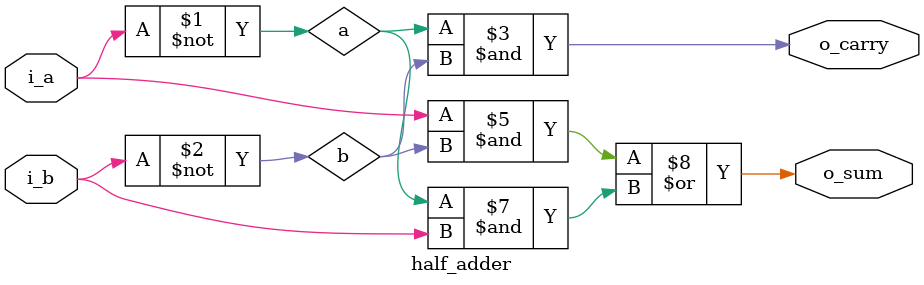
<source format=v>

`timescale 1ns / 1ps


module half_adder(
    input wire i_a,
    input wire i_b,
    output wire o_sum,
    output wire o_carry
    );

    wire a = ~i_a;
    wire b = ~i_b;
    assign o_carry = a&b;
    assign o_sum = (~a&b)|(a&~b);
endmodule
</source>
